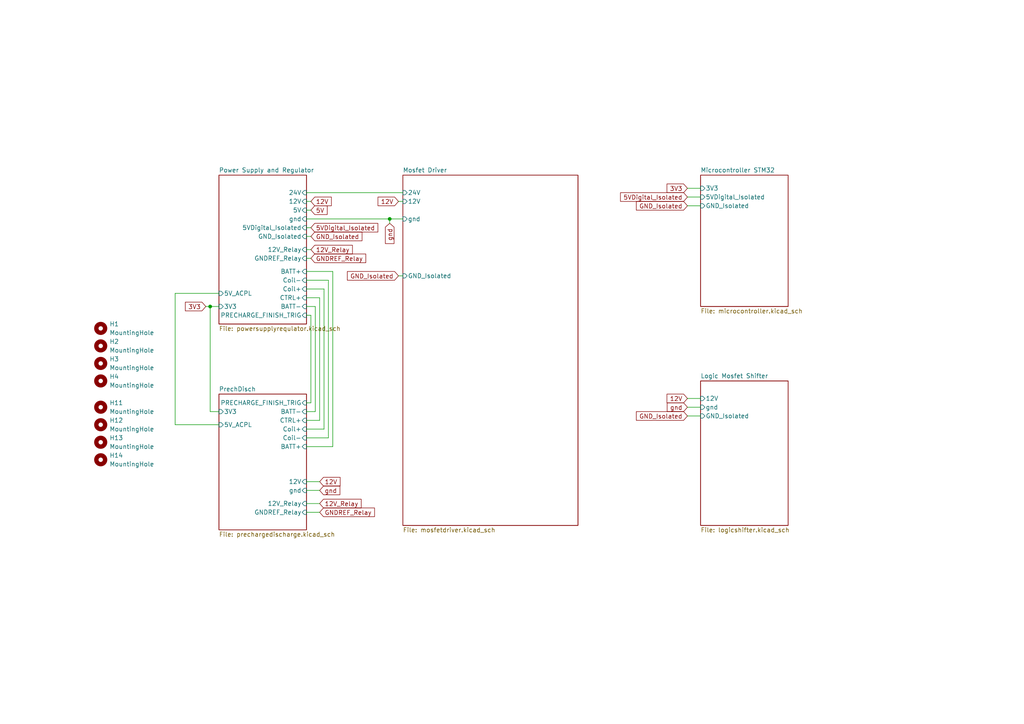
<source format=kicad_sch>
(kicad_sch (version 20250114) (generator "eeschema") (generator_version "9.0")
  (paper "A4")
  (lib_symbols
    (symbol "Mechanical:MountingHole" (pin_names (offset 1.016)) (exclude_from_sim yes) (in_bom no)
      (property "Reference" "H" (at 0 5.08 0))
      (property "Value" "MountingHole" (at 0 3.175 0))
      (symbol "MountingHole_0_1"
        (circle (center 0 0) (radius 1.27) (stroke (width 1.27)))
      )
    )
  )
  (junction (at 113.03 63.5))
  (junction (at 60.96 88.9))
  (wire (pts (xy 88.9 146.05) (xy 92.71 146.05)))
  (wire (pts (xy 50.8 123.19) (xy 50.8 85.09)))
  (wire (pts (xy 96.52 78.74) (xy 96.52 129.54)))
  (wire (pts (xy 88.9 74.93) (xy 90.17 74.93)))
  (wire (pts (xy 88.9 63.5) (xy 113.03 63.5)))
  (wire (pts (xy 199.39 118.11) (xy 203.2 118.11)))
  (wire (pts (xy 113.03 63.5) (xy 113.03 64.77)))
  (wire (pts (xy 92.71 86.36) (xy 88.9 86.36)))
  (wire (pts (xy 115.57 58.42) (xy 116.84 58.42)))
  (wire (pts (xy 88.9 91.44) (xy 90.17 91.44)))
  (wire (pts (xy 95.25 127) (xy 88.9 127)))
  (wire (pts (xy 50.8 85.09) (xy 63.5 85.09)))
  (wire (pts (xy 88.9 88.9) (xy 91.44 88.9)))
  (wire (pts (xy 90.17 116.84) (xy 88.9 116.84)))
  (wire (pts (xy 199.39 54.61) (xy 203.2 54.61)))
  (wire (pts (xy 91.44 88.9) (xy 91.44 119.38)))
  (wire (pts (xy 95.25 81.28) (xy 95.25 127)))
  (wire (pts (xy 59.69 88.9) (xy 60.96 88.9)))
  (wire (pts (xy 203.2 115.57) (xy 199.39 115.57)))
  (wire (pts (xy 88.9 66.04) (xy 90.17 66.04)))
  (wire (pts (xy 88.9 60.96) (xy 90.17 60.96)))
  (wire (pts (xy 88.9 142.24) (xy 92.71 142.24)))
  (wire (pts (xy 60.96 88.9) (xy 63.5 88.9)))
  (wire (pts (xy 88.9 72.39) (xy 90.17 72.39)))
  (wire (pts (xy 88.9 139.7) (xy 92.71 139.7)))
  (wire (pts (xy 115.57 80.01) (xy 116.84 80.01)))
  (wire (pts (xy 88.9 124.46) (xy 93.98 124.46)))
  (wire (pts (xy 88.9 129.54) (xy 96.52 129.54)))
  (wire (pts (xy 88.9 78.74) (xy 96.52 78.74)))
  (wire (pts (xy 88.9 68.58) (xy 90.17 68.58)))
  (wire (pts (xy 63.5 123.19) (xy 50.8 123.19)))
  (wire (pts (xy 113.03 63.5) (xy 116.84 63.5)))
  (wire (pts (xy 88.9 121.92) (xy 92.71 121.92)))
  (wire (pts (xy 203.2 57.15) (xy 199.39 57.15)))
  (wire (pts (xy 88.9 148.59) (xy 92.71 148.59)))
  (wire (pts (xy 88.9 58.42) (xy 90.17 58.42)))
  (wire (pts (xy 88.9 81.28) (xy 95.25 81.28)))
  (wire (pts (xy 88.9 55.88) (xy 116.84 55.88)))
  (wire (pts (xy 199.39 59.69) (xy 203.2 59.69)))
  (wire (pts (xy 88.9 83.82) (xy 93.98 83.82)))
  (wire (pts (xy 90.17 91.44) (xy 90.17 116.84)))
  (wire (pts (xy 199.39 120.65) (xy 203.2 120.65)))
  (wire (pts (xy 60.96 88.9) (xy 60.96 119.38)))
  (wire (pts (xy 91.44 119.38) (xy 88.9 119.38)))
  (wire (pts (xy 93.98 83.82) (xy 93.98 124.46)))
  (wire (pts (xy 92.71 121.92) (xy 92.71 86.36)))
  (wire (pts (xy 60.96 119.38) (xy 63.5 119.38)))
  (global_label "GND_Isolated" (shape input) (at 199.39 59.69 180) (property "Intersheetrefs" "${INTERSHEET_REFS}" (effects (hide yes))))
  (global_label "GNDREF_Relay" (shape input) (at 90.17 74.93 0) (property "Intersheetrefs" "${INTERSHEET_REFS}" (effects (hide yes))))
  (global_label "gnd" (shape input) (at 113.03 64.77 270) (property "Intersheetrefs" "${INTERSHEET_REFS}" (effects (hide yes))))
  (global_label "3V3" (shape input) (at 199.39 54.61 180) (property "Intersheetrefs" "${INTERSHEET_REFS}" (effects (hide yes))))
  (global_label "5VDigital_Isolated" (shape input) (at 90.17 66.04 0) (property "Intersheetrefs" "${INTERSHEET_REFS}" (effects (hide yes))))
  (global_label "5V" (shape input) (at 90.17 60.96 0) (property "Intersheetrefs" "${INTERSHEET_REFS}" (effects (hide yes))))
  (global_label "12V" (shape input) (at 90.17 58.42 0) (property "Intersheetrefs" "${INTERSHEET_REFS}" (effects (hide yes))))
  (global_label "GND_Isolated" (shape input) (at 199.39 120.65 180) (property "Intersheetrefs" "${INTERSHEET_REFS}" (effects (hide yes))))
  (global_label "12V_Relay" (shape input) (at 90.17 72.39 0) (property "Intersheetrefs" "${INTERSHEET_REFS}" (effects (hide yes))))
  (global_label "12V" (shape input) (at 199.39 115.57 180) (property "Intersheetrefs" "${INTERSHEET_REFS}" (effects (hide yes))))
  (global_label "12V_Relay" (shape input) (at 92.71 146.05 0) (property "Intersheetrefs" "${INTERSHEET_REFS}" (effects (hide yes))))
  (global_label "GNDREF_Relay" (shape input) (at 92.71 148.59 0) (property "Intersheetrefs" "${INTERSHEET_REFS}" (effects (hide yes))))
  (global_label "GND_Isolated" (shape input) (at 90.17 68.58 0) (property "Intersheetrefs" "${INTERSHEET_REFS}" (effects (hide yes))))
  (global_label "5VDigital_Isolated" (shape input) (at 199.39 57.15 180) (property "Intersheetrefs" "${INTERSHEET_REFS}" (effects (hide yes))))
  (global_label "12V" (shape input) (at 92.71 139.7 0) (property "Intersheetrefs" "${INTERSHEET_REFS}" (effects (hide yes))))
  (global_label "12V" (shape input) (at 115.57 58.42 180) (property "Intersheetrefs" "${INTERSHEET_REFS}" (effects (hide yes))))
  (global_label "3V3" (shape input) (at 59.69 88.9 180) (property "Intersheetrefs" "${INTERSHEET_REFS}" (effects (hide yes))))
  (global_label "GND_Isolated" (shape input) (at 115.57 80.01 180) (property "Intersheetrefs" "${INTERSHEET_REFS}" (effects (hide yes))))
  (global_label "gnd" (shape input) (at 199.39 118.11 180) (property "Intersheetrefs" "${INTERSHEET_REFS}" (effects (hide yes))))
  (global_label "gnd" (shape input) (at 92.71 142.24 0) (property "Intersheetrefs" "${INTERSHEET_REFS}" (effects (hide yes))))
  (symbol (lib_id "Mechanical:MountingHole") (at 29.21 123.19 0) (unit 1) (exclude_from_sim yes) (in_bom no)
    (property "Reference" "H12" (at 31.75 121.9199 0) (effects (justify left)))
    (property "Value" "MountingHole" (at 31.75 124.4599 0) (effects (justify left)))
    (property "Footprint" "MountingHole:MountingHole_6.4mm_M6" (effects (hide yes)))
    (property "Description" "Mounting Hole without connection" (effects (hide yes)))
  )
  (symbol (lib_id "Mechanical:MountingHole") (at 29.21 100.33 0) (unit 1) (exclude_from_sim yes) (in_bom no)
    (property "Reference" "H2" (at 31.75 99.0599 0) (effects (justify left)))
    (property "Value" "MountingHole" (at 31.75 101.5999 0) (effects (justify left)))
    (property "Footprint" "MountingHole:MountingHole_3.2mm_M3_Pad" (effects (hide yes)))
    (property "Description" "Mounting Hole without connection" (effects (hide yes)))
  )
  (symbol (lib_id "Mechanical:MountingHole") (at 29.21 105.41 0) (unit 1) (exclude_from_sim yes) (in_bom no)
    (property "Reference" "H3" (at 31.75 104.1399 0) (effects (justify left)))
    (property "Value" "MountingHole" (at 31.75 106.6799 0) (effects (justify left)))
    (property "Footprint" "MountingHole:MountingHole_3.2mm_M3_Pad" (effects (hide yes)))
    (property "Description" "Mounting Hole without connection" (effects (hide yes)))
  )
  (symbol (lib_id "Mechanical:MountingHole") (at 29.21 110.49 0) (unit 1) (exclude_from_sim yes) (in_bom no)
    (property "Reference" "H4" (at 31.75 109.2199 0) (effects (justify left)))
    (property "Value" "MountingHole" (at 31.75 111.7599 0) (effects (justify left)))
    (property "Footprint" "MountingHole:MountingHole_3.2mm_M3_Pad" (effects (hide yes)))
    (property "Description" "Mounting Hole without connection" (effects (hide yes)))
  )
  (symbol (lib_id "Mechanical:MountingHole") (at 29.21 128.27 0) (unit 1) (exclude_from_sim yes) (in_bom no)
    (property "Reference" "H13" (at 31.75 126.9999 0) (effects (justify left)))
    (property "Value" "MountingHole" (at 31.75 129.5399 0) (effects (justify left)))
    (property "Footprint" "MountingHole:MountingHole_6.4mm_M6" (effects (hide yes)))
    (property "Description" "Mounting Hole without connection" (effects (hide yes)))
  )
  (symbol (lib_id "Mechanical:MountingHole") (at 29.21 133.35 0) (unit 1) (exclude_from_sim yes) (in_bom no)
    (property "Reference" "H14" (at 31.75 132.0799 0) (effects (justify left)))
    (property "Value" "MountingHole" (at 31.75 134.6199 0) (effects (justify left)))
    (property "Footprint" "MountingHole:MountingHole_6.4mm_M6" (effects (hide yes)))
    (property "Description" "Mounting Hole without connection" (effects (hide yes)))
  )
  (symbol (lib_id "Mechanical:MountingHole") (at 29.21 95.25 0) (unit 1) (exclude_from_sim yes) (in_bom no)
    (property "Reference" "H1" (at 31.75 93.9799 0) (effects (justify left)))
    (property "Value" "MountingHole" (at 31.75 96.5199 0) (effects (justify left)))
    (property "Footprint" "MountingHole:MountingHole_3.2mm_M3_Pad" (effects (hide yes)))
    (property "Description" "Mounting Hole without connection" (effects (hide yes)))
  )
  (symbol (lib_id "Mechanical:MountingHole") (at 29.21 118.11 0) (unit 1) (exclude_from_sim yes) (in_bom no)
    (property "Reference" "H11" (at 31.75 116.8399 0) (effects (justify left)))
    (property "Value" "MountingHole" (at 31.75 119.3799 0) (effects (justify left)))
    (property "Footprint" "MountingHole:MountingHole_6.4mm_M6" (effects (hide yes)))
    (property "Description" "Mounting Hole without connection" (effects (hide yes)))
  )
  (sheet (at 203.2 50.8) (size 25.4 38.1) (stroke (width 0.1524))
    (property "Sheetname" "Microcontroller STM32" (at 203.2 50.0884 0) (effects (justify left bottom)))
    (property "Sheetfile" "microcontroller.kicad_sch" (at 203.2 89.4846 0) (effects (justify left top)))
    (pin "3V3" input (at 203.2 54.61 180))
    (pin "5VDigital_Isolated" input (at 203.2 57.15 180))
    (pin "GND_Isolated" input (at 203.2 59.69 180))
  )
  (sheet (at 63.5 114.3) (size 25.4 39.37) (stroke (width 0.1524))
    (property "Sheetname" "PrechDisch" (at 63.5 113.5884 0) (effects (justify left bottom)))
    (property "Sheetfile" "prechargedischarge.kicad_sch" (at 63.5 154.2546 0) (effects (justify left top)))
    (pin "12V" input (at 88.9 139.7 0))
    (pin "BATT+" input (at 88.9 129.54 0))
    (pin "gnd" input (at 88.9 142.24 0))
    (pin "Coil+" input (at 88.9 124.46 0))
    (pin "Coil-" input (at 88.9 127 0))
    (pin "12V_Relay" input (at 88.9 146.05 0))
    (pin "GNDREF_Relay" input (at 88.9 148.59 0))
    (pin "BATT-" input (at 88.9 119.38 0))
    (pin "CTRL+" input (at 88.9 121.92 0))
    (pin "PRECHARGE_FINISH_TRIG" input (at 88.9 116.84 0))
    (pin "3V3" input (at 63.5 119.38 180))
    (pin "5V_ACPL" input (at 63.5 123.19 180))
  )
  (sheet (at 116.84 50.8) (size 50.8 101.6) (stroke (width 0.1524))
    (property "Sheetname" "Mosfet Driver" (at 116.84 50.0884 0) (effects (justify left bottom)))
    (property "Sheetfile" "mosfetdriver.kicad_sch" (at 116.84 152.9846 0) (effects (justify left top)))
    (pin "GND_Isolated" input (at 116.84 80.01 180))
    (pin "24V" input (at 116.84 55.88 180))
    (pin "gnd" input (at 116.84 63.5 180))
    (pin "12V" input (at 116.84 58.42 180))
  )
  (sheet (at 203.2 110.49) (size 25.4 41.91) (stroke (width 0.1524))
    (property "Sheetname" "Logic Mosfet Shifter" (at 203.2 109.7784 0) (effects (justify left bottom)))
    (property "Sheetfile" "logicshifter.kicad_sch" (at 203.2 152.9846 0) (effects (justify left top)))
    (pin "12V" input (at 203.2 115.57 180))
    (pin "GND_Isolated" input (at 203.2 120.65 180))
    (pin "gnd" input (at 203.2 118.11 180))
  )
  (sheet (at 63.5 50.8) (size 25.4 43.18) (stroke (width 0.1524))
    (property "Sheetname" "Power Supply and Regulator" (at 63.5 50.0884 0) (effects (justify left bottom)))
    (property "Sheetfile" "powersupplyrequlator.kicad_sch" (at 63.5 94.5646 0) (effects (justify left top)))
    (pin "5VDigital_Isolated" input (at 88.9 66.04 0))
    (pin "12V" input (at 88.9 58.42 0))
    (pin "24V" input (at 88.9 55.88 0))
    (pin "BATT+" input (at 88.9 78.74 0))
    (pin "Coil+" input (at 88.9 83.82 0))
    (pin "Coil-" input (at 88.9 81.28 0))
    (pin "gnd" input (at 88.9 63.5 0))
    (pin "GND_Isolated" input (at 88.9 68.58 0))
    (pin "5V" input (at 88.9 60.96 0))
    (pin "12V_Relay" input (at 88.9 72.39 0))
    (pin "GNDREF_Relay" input (at 88.9 74.93 0))
    (pin "BATT-" input (at 88.9 88.9 0))
    (pin "CTRL+" input (at 88.9 86.36 0))
    (pin "PRECHARGE_FINISH_TRIG" input (at 88.9 91.44 0))
    (pin "3V3" input (at 63.5 88.9 180))
    (pin "5V_ACPL" input (at 63.5 85.09 180))
  )
)
</source>
